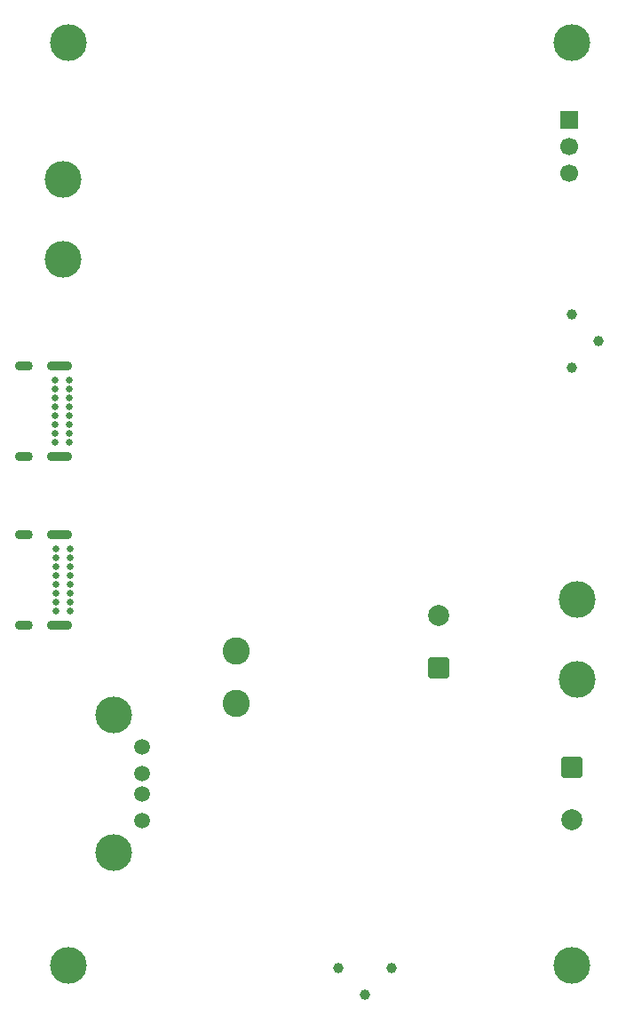
<source format=gbr>
%TF.GenerationSoftware,KiCad,Pcbnew,9.0.4*%
%TF.CreationDate,2025-09-04T23:05:58-07:00*%
%TF.ProjectId,PiTrac Pi Connector,50695472-6163-4205-9069-20436f6e6e65,rev?*%
%TF.SameCoordinates,Original*%
%TF.FileFunction,Soldermask,Bot*%
%TF.FilePolarity,Negative*%
%FSLAX46Y46*%
G04 Gerber Fmt 4.6, Leading zero omitted, Abs format (unit mm)*
G04 Created by KiCad (PCBNEW 9.0.4) date 2025-09-04 23:05:58*
%MOMM*%
%LPD*%
G01*
G04 APERTURE LIST*
G04 Aperture macros list*
%AMRoundRect*
0 Rectangle with rounded corners*
0 $1 Rounding radius*
0 $2 $3 $4 $5 $6 $7 $8 $9 X,Y pos of 4 corners*
0 Add a 4 corners polygon primitive as box body*
4,1,4,$2,$3,$4,$5,$6,$7,$8,$9,$2,$3,0*
0 Add four circle primitives for the rounded corners*
1,1,$1+$1,$2,$3*
1,1,$1+$1,$4,$5*
1,1,$1+$1,$6,$7*
1,1,$1+$1,$8,$9*
0 Add four rect primitives between the rounded corners*
20,1,$1+$1,$2,$3,$4,$5,0*
20,1,$1+$1,$4,$5,$6,$7,0*
20,1,$1+$1,$6,$7,$8,$9,0*
20,1,$1+$1,$8,$9,$2,$3,0*%
G04 Aperture macros list end*
%ADD10C,3.500000*%
%ADD11C,0.654000*%
%ADD12O,2.400000X0.900000*%
%ADD13O,1.700000X0.900000*%
%ADD14C,2.600000*%
%ADD15C,1.000000*%
%ADD16RoundRect,0.250000X-0.750000X0.750000X-0.750000X-0.750000X0.750000X-0.750000X0.750000X0.750000X0*%
%ADD17C,2.000000*%
%ADD18C,1.500000*%
%ADD19RoundRect,0.250000X0.750000X-0.750000X0.750000X0.750000X-0.750000X0.750000X-0.750000X-0.750000X0*%
%ADD20R,1.700000X1.700000*%
%ADD21C,1.700000*%
G04 APERTURE END LIST*
D10*
%TO.C,H2*%
X148000000Y-50500000D03*
%TD*%
D11*
%TO.C,J4*%
X100060000Y-82700000D03*
X100060000Y-83550000D03*
X100060000Y-84400000D03*
X100060000Y-85250000D03*
X100060000Y-86100000D03*
X100060000Y-86950000D03*
X100060000Y-87800000D03*
X100060000Y-88650000D03*
X98710000Y-88650000D03*
X98710000Y-87800000D03*
X98710000Y-86950000D03*
X98710000Y-86100000D03*
X98710000Y-85250000D03*
X98710000Y-84400000D03*
X98710000Y-83550000D03*
X98710000Y-82700000D03*
D12*
X99080000Y-81350000D03*
X99080000Y-90000000D03*
D13*
X95700000Y-81350000D03*
X95700000Y-90000000D03*
%TD*%
D10*
%TO.C,H3*%
X148000000Y-138500000D03*
%TD*%
%TO.C,H4*%
X100000000Y-138500000D03*
%TD*%
D14*
%TO.C,L1*%
X115980000Y-108500000D03*
X115980000Y-113500000D03*
%TD*%
D15*
%TO.C,RV2*%
X147960000Y-76420000D03*
X150500000Y-78960000D03*
X147960000Y-81500000D03*
%TD*%
D16*
%TO.C,C17*%
X148000000Y-119632323D03*
D17*
X148000000Y-124632323D03*
%TD*%
D10*
%TO.C,J1*%
X99460000Y-63560000D03*
X99460000Y-71180000D03*
%TD*%
D11*
%TO.C,J3*%
X100100000Y-98775000D03*
X100100000Y-99625000D03*
X100100000Y-100475000D03*
X100100000Y-101325000D03*
X100100000Y-102175000D03*
X100100000Y-103025000D03*
X100100000Y-103875000D03*
X100100000Y-104725000D03*
X98750000Y-104725000D03*
X98750000Y-103875000D03*
X98750000Y-103025000D03*
X98750000Y-102175000D03*
X98750000Y-101325000D03*
X98750000Y-100475000D03*
X98750000Y-99625000D03*
X98750000Y-98775000D03*
D12*
X99120000Y-97425000D03*
X99120000Y-106075000D03*
D13*
X95740000Y-97425000D03*
X95740000Y-106075000D03*
%TD*%
D18*
%TO.C,J6*%
X106960000Y-117680000D03*
X106960000Y-120180000D03*
X106960000Y-122180000D03*
X106960000Y-124680000D03*
D10*
X104250000Y-114610000D03*
X104250000Y-127750000D03*
%TD*%
%TO.C,J2*%
X148500000Y-111260000D03*
X148500000Y-103640000D03*
%TD*%
D19*
%TO.C,C24*%
X135250000Y-110117677D03*
D17*
X135250000Y-105117677D03*
%TD*%
D20*
%TO.C,J7*%
X147750000Y-57920000D03*
D21*
X147750000Y-60460000D03*
X147750000Y-63000000D03*
%TD*%
D10*
%TO.C,H1*%
X100000000Y-50500000D03*
%TD*%
D15*
%TO.C,RV1*%
X130790000Y-138710000D03*
X128250000Y-141250000D03*
X125710000Y-138710000D03*
%TD*%
M02*

</source>
